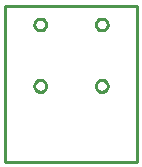
<source format=gbr>
G04 EAGLE Gerber X2 export*
G75*
%MOMM*%
%FSLAX34Y34*%
%LPD*%
%AMOC8*
5,1,8,0,0,1.08239X$1,22.5*%
G01*
%ADD10C,0.254000*%


D10*
X0Y0D02*
X112000Y0D01*
X112000Y132000D01*
X0Y132000D01*
X0Y0D01*
X35000Y115719D02*
X34937Y115161D01*
X34812Y114614D01*
X34627Y114084D01*
X34383Y113578D01*
X34084Y113102D01*
X33734Y112663D01*
X33337Y112266D01*
X32898Y111916D01*
X32422Y111617D01*
X31916Y111373D01*
X31386Y111188D01*
X30839Y111063D01*
X30281Y111000D01*
X29719Y111000D01*
X29161Y111063D01*
X28614Y111188D01*
X28084Y111373D01*
X27578Y111617D01*
X27102Y111916D01*
X26663Y112266D01*
X26266Y112663D01*
X25916Y113102D01*
X25617Y113578D01*
X25373Y114084D01*
X25188Y114614D01*
X25063Y115161D01*
X25000Y115719D01*
X25000Y116281D01*
X25063Y116839D01*
X25188Y117386D01*
X25373Y117916D01*
X25617Y118422D01*
X25916Y118898D01*
X26266Y119337D01*
X26663Y119734D01*
X27102Y120084D01*
X27578Y120383D01*
X28084Y120627D01*
X28614Y120812D01*
X29161Y120937D01*
X29719Y121000D01*
X30281Y121000D01*
X30839Y120937D01*
X31386Y120812D01*
X31916Y120627D01*
X32422Y120383D01*
X32898Y120084D01*
X33337Y119734D01*
X33734Y119337D01*
X34084Y118898D01*
X34383Y118422D01*
X34627Y117916D01*
X34812Y117386D01*
X34937Y116839D01*
X35000Y116281D01*
X35000Y115719D01*
X87000Y115719D02*
X86937Y115161D01*
X86812Y114614D01*
X86627Y114084D01*
X86383Y113578D01*
X86084Y113102D01*
X85734Y112663D01*
X85337Y112266D01*
X84898Y111916D01*
X84422Y111617D01*
X83916Y111373D01*
X83386Y111188D01*
X82839Y111063D01*
X82281Y111000D01*
X81719Y111000D01*
X81161Y111063D01*
X80614Y111188D01*
X80084Y111373D01*
X79578Y111617D01*
X79102Y111916D01*
X78663Y112266D01*
X78266Y112663D01*
X77916Y113102D01*
X77617Y113578D01*
X77373Y114084D01*
X77188Y114614D01*
X77063Y115161D01*
X77000Y115719D01*
X77000Y116281D01*
X77063Y116839D01*
X77188Y117386D01*
X77373Y117916D01*
X77617Y118422D01*
X77916Y118898D01*
X78266Y119337D01*
X78663Y119734D01*
X79102Y120084D01*
X79578Y120383D01*
X80084Y120627D01*
X80614Y120812D01*
X81161Y120937D01*
X81719Y121000D01*
X82281Y121000D01*
X82839Y120937D01*
X83386Y120812D01*
X83916Y120627D01*
X84422Y120383D01*
X84898Y120084D01*
X85337Y119734D01*
X85734Y119337D01*
X86084Y118898D01*
X86383Y118422D01*
X86627Y117916D01*
X86812Y117386D01*
X86937Y116839D01*
X87000Y116281D01*
X87000Y115719D01*
X87000Y63719D02*
X86937Y63161D01*
X86812Y62614D01*
X86627Y62084D01*
X86383Y61578D01*
X86084Y61102D01*
X85734Y60663D01*
X85337Y60266D01*
X84898Y59916D01*
X84422Y59617D01*
X83916Y59373D01*
X83386Y59188D01*
X82839Y59063D01*
X82281Y59000D01*
X81719Y59000D01*
X81161Y59063D01*
X80614Y59188D01*
X80084Y59373D01*
X79578Y59617D01*
X79102Y59916D01*
X78663Y60266D01*
X78266Y60663D01*
X77916Y61102D01*
X77617Y61578D01*
X77373Y62084D01*
X77188Y62614D01*
X77063Y63161D01*
X77000Y63719D01*
X77000Y64281D01*
X77063Y64839D01*
X77188Y65386D01*
X77373Y65916D01*
X77617Y66422D01*
X77916Y66898D01*
X78266Y67337D01*
X78663Y67734D01*
X79102Y68084D01*
X79578Y68383D01*
X80084Y68627D01*
X80614Y68812D01*
X81161Y68937D01*
X81719Y69000D01*
X82281Y69000D01*
X82839Y68937D01*
X83386Y68812D01*
X83916Y68627D01*
X84422Y68383D01*
X84898Y68084D01*
X85337Y67734D01*
X85734Y67337D01*
X86084Y66898D01*
X86383Y66422D01*
X86627Y65916D01*
X86812Y65386D01*
X86937Y64839D01*
X87000Y64281D01*
X87000Y63719D01*
X35000Y63719D02*
X34937Y63161D01*
X34812Y62614D01*
X34627Y62084D01*
X34383Y61578D01*
X34084Y61102D01*
X33734Y60663D01*
X33337Y60266D01*
X32898Y59916D01*
X32422Y59617D01*
X31916Y59373D01*
X31386Y59188D01*
X30839Y59063D01*
X30281Y59000D01*
X29719Y59000D01*
X29161Y59063D01*
X28614Y59188D01*
X28084Y59373D01*
X27578Y59617D01*
X27102Y59916D01*
X26663Y60266D01*
X26266Y60663D01*
X25916Y61102D01*
X25617Y61578D01*
X25373Y62084D01*
X25188Y62614D01*
X25063Y63161D01*
X25000Y63719D01*
X25000Y64281D01*
X25063Y64839D01*
X25188Y65386D01*
X25373Y65916D01*
X25617Y66422D01*
X25916Y66898D01*
X26266Y67337D01*
X26663Y67734D01*
X27102Y68084D01*
X27578Y68383D01*
X28084Y68627D01*
X28614Y68812D01*
X29161Y68937D01*
X29719Y69000D01*
X30281Y69000D01*
X30839Y68937D01*
X31386Y68812D01*
X31916Y68627D01*
X32422Y68383D01*
X32898Y68084D01*
X33337Y67734D01*
X33734Y67337D01*
X34084Y66898D01*
X34383Y66422D01*
X34627Y65916D01*
X34812Y65386D01*
X34937Y64839D01*
X35000Y64281D01*
X35000Y63719D01*
X35000Y115719D02*
X34937Y115161D01*
X34812Y114614D01*
X34627Y114084D01*
X34383Y113578D01*
X34084Y113102D01*
X33734Y112663D01*
X33337Y112266D01*
X32898Y111916D01*
X32422Y111617D01*
X31916Y111373D01*
X31386Y111188D01*
X30839Y111063D01*
X30281Y111000D01*
X29719Y111000D01*
X29161Y111063D01*
X28614Y111188D01*
X28084Y111373D01*
X27578Y111617D01*
X27102Y111916D01*
X26663Y112266D01*
X26266Y112663D01*
X25916Y113102D01*
X25617Y113578D01*
X25373Y114084D01*
X25188Y114614D01*
X25063Y115161D01*
X25000Y115719D01*
X25000Y116281D01*
X25063Y116839D01*
X25188Y117386D01*
X25373Y117916D01*
X25617Y118422D01*
X25916Y118898D01*
X26266Y119337D01*
X26663Y119734D01*
X27102Y120084D01*
X27578Y120383D01*
X28084Y120627D01*
X28614Y120812D01*
X29161Y120937D01*
X29719Y121000D01*
X30281Y121000D01*
X30839Y120937D01*
X31386Y120812D01*
X31916Y120627D01*
X32422Y120383D01*
X32898Y120084D01*
X33337Y119734D01*
X33734Y119337D01*
X34084Y118898D01*
X34383Y118422D01*
X34627Y117916D01*
X34812Y117386D01*
X34937Y116839D01*
X35000Y116281D01*
X35000Y115719D01*
X87000Y115719D02*
X86937Y115161D01*
X86812Y114614D01*
X86627Y114084D01*
X86383Y113578D01*
X86084Y113102D01*
X85734Y112663D01*
X85337Y112266D01*
X84898Y111916D01*
X84422Y111617D01*
X83916Y111373D01*
X83386Y111188D01*
X82839Y111063D01*
X82281Y111000D01*
X81719Y111000D01*
X81161Y111063D01*
X80614Y111188D01*
X80084Y111373D01*
X79578Y111617D01*
X79102Y111916D01*
X78663Y112266D01*
X78266Y112663D01*
X77916Y113102D01*
X77617Y113578D01*
X77373Y114084D01*
X77188Y114614D01*
X77063Y115161D01*
X77000Y115719D01*
X77000Y116281D01*
X77063Y116839D01*
X77188Y117386D01*
X77373Y117916D01*
X77617Y118422D01*
X77916Y118898D01*
X78266Y119337D01*
X78663Y119734D01*
X79102Y120084D01*
X79578Y120383D01*
X80084Y120627D01*
X80614Y120812D01*
X81161Y120937D01*
X81719Y121000D01*
X82281Y121000D01*
X82839Y120937D01*
X83386Y120812D01*
X83916Y120627D01*
X84422Y120383D01*
X84898Y120084D01*
X85337Y119734D01*
X85734Y119337D01*
X86084Y118898D01*
X86383Y118422D01*
X86627Y117916D01*
X86812Y117386D01*
X86937Y116839D01*
X87000Y116281D01*
X87000Y115719D01*
X87000Y63719D02*
X86937Y63161D01*
X86812Y62614D01*
X86627Y62084D01*
X86383Y61578D01*
X86084Y61102D01*
X85734Y60663D01*
X85337Y60266D01*
X84898Y59916D01*
X84422Y59617D01*
X83916Y59373D01*
X83386Y59188D01*
X82839Y59063D01*
X82281Y59000D01*
X81719Y59000D01*
X81161Y59063D01*
X80614Y59188D01*
X80084Y59373D01*
X79578Y59617D01*
X79102Y59916D01*
X78663Y60266D01*
X78266Y60663D01*
X77916Y61102D01*
X77617Y61578D01*
X77373Y62084D01*
X77188Y62614D01*
X77063Y63161D01*
X77000Y63719D01*
X77000Y64281D01*
X77063Y64839D01*
X77188Y65386D01*
X77373Y65916D01*
X77617Y66422D01*
X77916Y66898D01*
X78266Y67337D01*
X78663Y67734D01*
X79102Y68084D01*
X79578Y68383D01*
X80084Y68627D01*
X80614Y68812D01*
X81161Y68937D01*
X81719Y69000D01*
X82281Y69000D01*
X82839Y68937D01*
X83386Y68812D01*
X83916Y68627D01*
X84422Y68383D01*
X84898Y68084D01*
X85337Y67734D01*
X85734Y67337D01*
X86084Y66898D01*
X86383Y66422D01*
X86627Y65916D01*
X86812Y65386D01*
X86937Y64839D01*
X87000Y64281D01*
X87000Y63719D01*
X35000Y63719D02*
X34937Y63161D01*
X34812Y62614D01*
X34627Y62084D01*
X34383Y61578D01*
X34084Y61102D01*
X33734Y60663D01*
X33337Y60266D01*
X32898Y59916D01*
X32422Y59617D01*
X31916Y59373D01*
X31386Y59188D01*
X30839Y59063D01*
X30281Y59000D01*
X29719Y59000D01*
X29161Y59063D01*
X28614Y59188D01*
X28084Y59373D01*
X27578Y59617D01*
X27102Y59916D01*
X26663Y60266D01*
X26266Y60663D01*
X25916Y61102D01*
X25617Y61578D01*
X25373Y62084D01*
X25188Y62614D01*
X25063Y63161D01*
X25000Y63719D01*
X25000Y64281D01*
X25063Y64839D01*
X25188Y65386D01*
X25373Y65916D01*
X25617Y66422D01*
X25916Y66898D01*
X26266Y67337D01*
X26663Y67734D01*
X27102Y68084D01*
X27578Y68383D01*
X28084Y68627D01*
X28614Y68812D01*
X29161Y68937D01*
X29719Y69000D01*
X30281Y69000D01*
X30839Y68937D01*
X31386Y68812D01*
X31916Y68627D01*
X32422Y68383D01*
X32898Y68084D01*
X33337Y67734D01*
X33734Y67337D01*
X34084Y66898D01*
X34383Y66422D01*
X34627Y65916D01*
X34812Y65386D01*
X34937Y64839D01*
X35000Y64281D01*
X35000Y63719D01*
M02*

</source>
